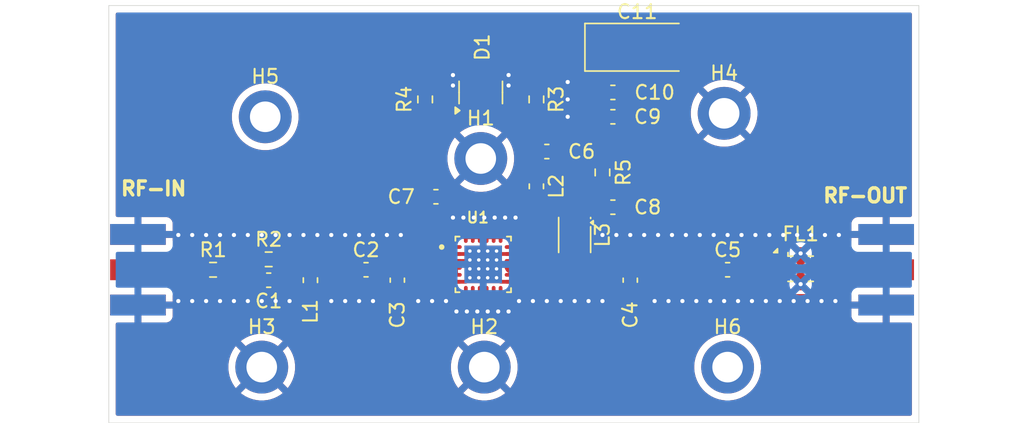
<source format=kicad_pcb>
(kicad_pcb (version 20241229) (generator "pcbnew") (generator_version "9.0")
  (title_block (title "LNA 2W") (date "2026-02-23") (rev "V1.0") (company "Z32IT"))
  (layers (0 "F.Cu" signal) (2 "B.Cu" signal) (13 "F.Paste" user) (15 "B.Paste" user) (5 "F.SilkS" user "F.Silkscreen") (7 "B.SilkS" user "B.Silkscreen") (1 "F.Mask" user) (3 "B.Mask" user) (25 "Edge.Cuts" user))
  (net 0 "")
  (net 1 "Net-(C1-Pad1)")
  (net 2 "Net-(C1-Pad2)")
  (net 3 "Net-(C2-Pad2)")
  (net 4 "GND")
  (net 5 "Net-(C4-Pad1)")
  (net 6 "Net-(FL1-IN)")
  (net 7 "Net-(C6-Pad2)")
  (net 8 "Net-(U1-VBIAS)")
  (net 9 "Net-(C8-Pad1)")
  (net 10 "+5V")
  (net 11 "Net-(J1-In)")
  (net 12 "Net-(U1-I_REF)")
  (net 13 "Net-(FL1-OUT)")
  (footprint "Resistor_SMD:R_0603_1608Metric" (layer "F.Cu") (at 115.5 109)
    (property "Reference" "R1" (at 0 -1.43 0) (layer "F.SilkS"))
    (property "Value" "0R" (hide yes))
    (fp_line (start -0.237258 -0.5225) (end 0.237258 -0.5225) (stroke (width 0.12)) (layer "F.SilkS"))
    (fp_line (start -0.237258 0.5225) (end 0.237258 0.5225) (stroke (width 0.12)) (layer "F.SilkS"))
    (pad "1" smd roundrect (at -0.825 0) (size 0.8 0.95) (layers "F.Cu" "F.Mask" "F.Paste") (net 11 "Net-(J1-In)"))
    (pad "2" smd roundrect (at 0.825 0) (size 0.8 0.95) (layers "F.Cu" "F.Mask" "F.Paste") (net 1 "Net-(C1-Pad1)"))
  )
  (footprint "Package_TO_SOT_SMD:SOT-23-3" (layer "F.Cu") (at 134.75 96.25 90)
    (property "Reference" "D1" (at 3.25 0.1125 90) (layer "F.SilkS"))
    (property "Value" "SM05T1G" (hide yes))
    (fp_line (start 0 -1.56) (end 0.8 -1.56) (stroke (width 0.12)) (layer "F.SilkS"))
    (fp_line (start 0 -1.56) (end -0.8 -1.56) (stroke (width 0.12)) (layer "F.SilkS"))
    (fp_line (start 0 1.56) (end 0.8 1.56) (stroke (width 0.12)) (layer "F.SilkS"))
    (fp_line (start 0 1.56) (end -0.8 1.56) (stroke (width 0.12)) (layer "F.SilkS"))
    (fp_poly (pts (xy -1.3 -1.51) (xy -1.54 -1.84) (xy -1.06 -1.84) (xy -1.3 -1.51)) (stroke (width 0.12)) (fill yes) (layer "F.SilkS"))
    (pad "1" smd roundrect (at -1.1375 -0.95 90) (size 1.325 0.6) (layers "F.Cu" "F.Mask" "F.Paste") (net 8 "Net-(U1-VBIAS)"))
    (pad "2" smd roundrect (at -1.1375 0.95 90) (size 1.325 0.6) (layers "F.Cu" "F.Mask" "F.Paste") (net 7 "Net-(C6-Pad2)"))
    (pad "3" smd roundrect (at 1.1375 0 90) (size 1.325 0.6) (layers "F.Cu" "F.Mask" "F.Paste") (net 4 "GND"))
  )
  (footprint "Capacitor_SMD:C_0603_1608Metric" (layer "F.Cu") (at 126.5 109)
    (property "Reference" "C2" (at 0 -1.43 0) (layer "F.SilkS"))
    (property "Value" "2p4" (hide yes))
    (fp_line (start -0.14058 -0.51) (end 0.14058 -0.51) (stroke (width 0.12)) (layer "F.SilkS"))
    (fp_line (start -0.14058 0.51) (end 0.14058 0.51) (stroke (width 0.12)) (layer "F.SilkS"))
    (pad "1" smd roundrect (at -0.775 0) (size 0.9 0.95) (layers "F.Cu" "F.Mask" "F.Paste") (net 2 "Net-(C1-Pad2)"))
    (pad "2" smd roundrect (at 0.775 0) (size 0.9 0.95) (layers "F.Cu" "F.Mask" "F.Paste") (net 3 "Net-(C2-Pad2)"))
  )
  (footprint "Capacitor_SMD:C_0603_1608Metric" (layer "F.Cu") (at 139.5 100.5 180)
    (property "Reference" "C6" (at -2.5 0 0) (layer "F.SilkS"))
    (property "Value" "100n" (hide yes))
    (fp_line (start -0.14058 0.51) (end 0.14058 0.51) (stroke (width 0.12)) (layer "F.SilkS"))
    (fp_line (start -0.14058 -0.51) (end 0.14058 -0.51) (stroke (width 0.12)) (layer "F.SilkS"))
    (pad "1" smd roundrect (at -0.775 0 180) (size 0.9 0.95) (layers "F.Cu" "F.Mask" "F.Paste") (net 4 "GND"))
    (pad "2" smd roundrect (at 0.775 0 180) (size 0.9 0.95) (layers "F.Cu" "F.Mask" "F.Paste") (net 7 "Net-(C6-Pad2)"))
  )
  (footprint "MountingHole:MountingHole_2.2mm_M2_DIN965_Pad" (layer "F.Cu") (at 134.75 101)
    (property "Reference" "H1" (at 0 -2.9 0) (layer "F.SilkS"))
    (property "Value" "MountingHole")
    (pad "1" thru_hole circle (at 0 0) (size 3.8 3.8) (drill 2.2) (layers "*.Cu" "*.Mask") (net 4 "GND"))
  )
  (footprint "MountingHole:MountingHole_2.2mm_M2_DIN965_Pad" (layer "F.Cu") (at 135 116)
    (property "Reference" "H2" (at 0 -2.9 0) (layer "F.SilkS"))
    (property "Value" "MountingHole")
    (pad "1" thru_hole circle (at 0 0) (size 3.8 3.8) (drill 2.2) (layers "*.Cu" "*.Mask") (net 4 "GND"))
  )
  (footprint "Filter:Filter_Mini-Circuits_FV1206" (layer "F.Cu") (at 157.75 108.9275)
    (property "Reference" "FL1" (at 0 -2.5 0) (layer "F.SilkS"))
    (property "Value" "LFCN-490")
    (fp_line (start -0.91 -0.91) (end -0.91 -1.16) (stroke (width 0.12)) (layer "F.SilkS"))
    (fp_line (start -0.91 -0.91) (end -0.57 -0.91) (stroke (width 0.12)) (layer "F.SilkS"))
    (fp_line (start -0.91 0.91) (end -0.57 0.91) (stroke (width 0.12)) (layer "F.SilkS"))
    (fp_line (start 0.57 -0.91) (end 0.91 -0.91) (stroke (width 0.12)) (layer "F.SilkS"))
    (fp_line (start 0.57 0.91) (end 0.91 0.91) (stroke (width 0.12)) (layer "F.SilkS"))
    (fp_poly (pts (xy -1.66 -1.16) (xy -1.94 -1.16) (xy -1.66 -1.44) (xy -1.66 -1.16)) (stroke (width 0.12)) (fill yes) (layer "F.SilkS"))
    (pad "1" smd roundrect (at -1.625 0) (size 1.04 1.8) (layers "F.Cu" "F.Mask" "F.Paste") (roundrect_rratio 0.24) (net 6 "Net-(FL1-IN)"))
    (pad "2" smd roundrect (at 0 0.9275) (size 0.61 1.245) (layers "F.Cu" "F.Mask" "F.Paste") (net 4 "GND"))
    (pad "2" thru_hole circle (at 0 1.105) (size 0.61 0.61) (drill 0.3) (layers "*.Cu" "*.Mask") (net 4 "GND"))
    (pad "3" smd roundrect (at 1.625 0) (size 1.04 1.8) (layers "F.Cu" "F.Mask" "F.Paste") (roundrect_rratio 0.24) (net 13 "Net-(FL1-OUT)"))
    (pad "4" thru_hole circle (at 0 -1.105) (size 0.61 0.61) (drill 0.3) (layers "*.Cu" "*.Mask") (net 4 "GND"))
    (pad "4" smd roundrect (at 0 -0.9275) (size 0.61 1.245) (layers "F.Cu" "F.Mask" "F.Paste") (net 4 "GND"))
  )
  (footprint "MountingHole:MountingHole_2.2mm_M2_DIN965_Pad" (layer "F.Cu") (at 152.25 97.75)
    (property "Reference" "H4" (at 0 -2.9 0) (layer "F.SilkS"))
    (property "Value" "MountingHole")
    (pad "1" thru_hole circle (at 0 0) (size 3.8 3.8) (drill 2.2) (layers "*.Cu" "*.Mask") (net 4 "GND"))
  )
  (footprint "Resistor_SMD:R_0603_1608Metric" (layer "F.Cu") (at 143.5 102 -90)
    (property "Reference" "R5" (at 0 -1.5 90) (layer "F.SilkS"))
    (property "Value" "0R" (hide yes))
    (fp_line (start -0.237258 0.5225) (end 0.237258 0.5225) (stroke (width 0.12)) (layer "F.SilkS"))
    (fp_line (start -0.237258 -0.5225) (end 0.237258 -0.5225) (stroke (width 0.12)) (layer "F.SilkS"))
    (pad "1" smd roundrect (at -0.825 0 270) (size 0.8 0.95) (layers "F.Cu" "F.Mask" "F.Paste") (net 10 "+5V"))
    (pad "2" smd roundrect (at 0.825 0 270) (size 0.8 0.95) (layers "F.Cu" "F.Mask" "F.Paste") (net 9 "Net-(C8-Pad1)"))
  )
  (footprint "Capacitor_Tantalum_SMD:CP_EIA-6032-28_Kemet-C" (layer "F.Cu") (at 146 93)
    (property "Reference" "C11" (at 0 -2.55 0) (layer "F.SilkS"))
    (property "Value" "10u" (hide yes))
    (fp_line (start -3.76 -1.71) (end -3.76 1.71) (stroke (width 0.12)) (layer "F.SilkS"))
    (fp_line (start -3.76 1.71) (end 3 1.71) (stroke (width 0.12)) (layer "F.SilkS"))
    (fp_line (start 3 -1.71) (end -3.76 -1.71) (stroke (width 0.12)) (layer "F.SilkS"))
    (pad "1" smd roundrect (at -2.4625 0) (size 2.075 2.35) (layers "F.Cu" "F.Mask" "F.Paste") (roundrect_rratio 0.120482) (net 10 "+5V"))
    (pad "2" smd roundrect (at 2.4625 0) (size 2.075 2.35) (layers "F.Cu" "F.Mask" "F.Paste") (roundrect_rratio 0.120482) (net 4 "GND"))
  )
  (footprint "Capacitor_SMD:C_0603_1608Metric" (layer "F.Cu") (at 144.25 96.25)
    (property "Reference" "C10" (at 3 0 0) (layer "F.SilkS"))
    (property "Value" "1n" (hide yes))
    (fp_line (start -0.14058 -0.51) (end 0.14058 -0.51) (stroke (width 0.12)) (layer "F.SilkS"))
    (fp_line (start -0.14058 0.51) (end 0.14058 0.51) (stroke (width 0.12)) (layer "F.SilkS"))
    (pad "1" smd roundrect (at -0.775 0) (size 0.9 0.95) (layers "F.Cu" "F.Mask" "F.Paste") (net 10 "+5V"))
    (pad "2" smd roundrect (at 0.775 0) (size 0.9 0.95) (layers "F.Cu" "F.Mask" "F.Paste") (net 4 "GND"))
  )
  (footprint "PCM_SparkFun-Connector:SMA_Edge_6.3mm" (layer "F.Cu") (at 163.90315 109 -90)
    (property "Reference" "J2")
    (property "Value" "SMA_Edge" (hide yes))
    (pad "1" smd rect (at 0 0 270) (size 1.5 4) (layers "F.Cu" "F.Mask") (net 13 "Net-(FL1-OUT)"))
    (pad "2" smd rect (at -2.54 0 270) (size 1.5 4) (layers "F.Cu" "F.Mask") (net 4 "GND"))
    (pad "2" smd rect (at -2.54 0 270) (size 1.5 4) (layers "B.Cu" "B.Mask") (net 4 "GND"))
    (pad "2" smd rect (at 2.54 0 270) (size 1.5 4) (layers "F.Cu" "F.Mask") (net 4 "GND"))
    (pad "2" smd rect (at 2.54 0 270) (size 1.5 4) (layers "B.Cu" "B.Mask") (net 4 "GND"))
  )
  (footprint "Capacitor_SMD:C_0603_1608Metric" (layer "F.Cu") (at 144.25 104.5)
    (property "Reference" "C8" (at 2.5 0 0) (layer "F.SilkS"))
    (property "Value" "100p" (hide yes))
    (fp_line (start -0.14058 -0.51) (end 0.14058 -0.51) (stroke (width 0.12)) (layer "F.SilkS"))
    (fp_line (start -0.14058 0.51) (end 0.14058 0.51) (stroke (width 0.12)) (layer "F.SilkS"))
    (pad "1" smd roundrect (at -0.775 0) (size 0.9 0.95) (layers "F.Cu" "F.Mask" "F.Paste") (net 9 "Net-(C8-Pad1)"))
    (pad "2" smd roundrect (at 0.775 0) (size 0.9 0.95) (layers "F.Cu" "F.Mask" "F.Paste") (net 4 "GND"))
  )
  (footprint "Resistor_SMD:R_0603_1608Metric" (layer "F.Cu") (at 119.5 108.25)
    (property "Reference" "R2" (at 0 -1.43 0) (layer "F.SilkS"))
    (property "Value" "51R" (hide yes))
    (fp_line (start -0.237258 -0.5225) (end 0.237258 -0.5225) (stroke (width 0.12)) (layer "F.SilkS"))
    (fp_line (start -0.237258 0.5225) (end 0.237258 0.5225) (stroke (width 0.12)) (layer "F.SilkS"))
    (pad "1" smd roundrect (at -0.825 0) (size 0.8 0.95) (layers "F.Cu" "F.Mask" "F.Paste") (net 1 "Net-(C1-Pad1)"))
    (pad "2" smd roundrect (at 0.825 0) (size 0.8 0.95) (layers "F.Cu" "F.Mask" "F.Paste") (net 2 "Net-(C1-Pad2)"))
  )
  (footprint "Capacitor_SMD:C_0603_1608Metric" (layer "F.Cu") (at 128.75 109.75 -90)
    (property "Reference" "C3" (at 2.5 0 90) (layer "F.SilkS"))
    (property "Value" "6p8" (hide yes))
    (fp_line (start -0.14058 0.51) (end 0.14058 0.51) (stroke (width 0.12)) (layer "F.SilkS"))
    (fp_line (start -0.14058 -0.51) (end 0.14058 -0.51) (stroke (width 0.12)) (layer "F.SilkS"))
    (pad "1" smd roundrect (at -0.775 0 270) (size 0.9 0.95) (layers "F.Cu" "F.Mask" "F.Paste") (net 3 "Net-(C2-Pad2)"))
    (pad "2" smd roundrect (at 0.775 0 270) (size 0.9 0.95) (layers "F.Cu" "F.Mask" "F.Paste") (net 4 "GND"))
  )
  (footprint "Inductor_SMD:L_Coilcraft_0805HQ_2012Metric" (layer "F.Cu") (at 141.5 106.5 -90)
    (property "Reference" "L3" (at 0 -2 90) (layer "F.SilkS"))
    (property "Value" "18n" (hide yes))
    (fp_line (start 1.255 1.15) (end -1.255 1.15) (stroke (width 0.12)) (layer "F.SilkS"))
    (fp_line (start -1.255 -1.15) (end -1.188 -1.15) (stroke (width 0.12)) (layer "F.SilkS"))
    (fp_line (start -0.592 -1.15) (end 1.255 -1.15) (stroke (width 0.12)) (layer "F.SilkS"))
    (fp_poly (pts (xy -0.89 -1.15) (xy -1.03 -1.34) (xy -0.75 -1.34)) (stroke (width 0.12)) (fill yes) (layer "F.SilkS"))
    (pad "1" smd roundrect (at -0.89 0 270) (size 1.02 1.78) (layers "F.Cu" "F.Mask" "F.Paste") (roundrect_rratio 0.245098) (net 9 "Net-(C8-Pad1)"))
    (pad "2" smd roundrect (at 0.89 0 270) (size 1.02 1.78) (layers "F.Cu" "F.Mask" "F.Paste") (roundrect_rratio 0.245098) (net 5 "Net-(C4-Pad1)"))
  )
  (footprint "TQP7M9106:QFN50P400X400X90-25N" (layer "F.Cu") (at 134.925 108.615)
    (property "Reference" "U1" (at -0.39 -3.365 0) (layer "F.SilkS") (effects (font (size 0.787402 0.787402))))
    (property "Value" "TQP7M9106")
    (fp_line (start -2 -2) (end -2 -1.7) (stroke (width 0.127)) (layer "F.SilkS"))
    (fp_line (start -2 -2) (end -1.7 -2) (stroke (width 0.127)) (layer "F.SilkS"))
    (fp_line (start -2 2) (end -2 1.7) (stroke (width 0.127)) (layer "F.SilkS"))
    (fp_line (start -2 2) (end -1.7 2) (stroke (width 0.127)) (layer "F.SilkS"))
    (fp_line (start 2 -2) (end 1.7 -2) (stroke (width 0.127)) (layer "F.SilkS"))
    (fp_line (start 2 -2) (end 2 -1.7) (stroke (width 0.127)) (layer "F.SilkS"))
    (fp_line (start 2 2) (end 1.7 2) (stroke (width 0.127)) (layer "F.SilkS"))
    (fp_line (start 2 2) (end 2 1.7) (stroke (width 0.127)) (layer "F.SilkS"))
    (fp_circle (center -2.985 -1.25) (end -2.885 -1.25) (stroke (width 0.2)) (fill no) (layer "F.SilkS"))
    (pad "1" smd oval (at -1.95 -1.25) (size 0.81 0.27) (layers "F.Cu" "F.Mask" "F.Paste") (net 8 "Net-(U1-VBIAS)"))
    (pad "2" smd oval (at -1.95 -0.75) (size 0.81 0.27) (layers "F.Cu" "F.Mask" "F.Paste") (net 4 "GND"))
    (pad "3" smd oval (at -1.95 -0.25) (size 0.81 0.27) (layers "F.Cu" "F.Mask" "F.Paste") (net 4 "GND"))
    (pad "4" smd oval (at -1.95 0.25) (size 0.81 0.27) (layers "F.Cu" "F.Mask" "F.Paste") (net 3 "Net-(C2-Pad2)"))
    (pad "5" smd oval (at -1.95 0.75) (size 0.81 0.27) (layers "F.Cu" "F.Mask" "F.Paste") (net 3 "Net-(C2-Pad2)"))
    (pad "6" smd oval (at -1.95 1.25) (size 0.81 0.27) (layers "F.Cu" "F.Mask" "F.Paste") (net 4 "GND"))
    (pad "7" smd oval (at -1.25 1.95) (size 0.27 0.81) (layers "F.Cu" "F.Mask" "F.Paste") (net 4 "GND"))
    (pad "8" smd oval (at -0.75 1.95) (size 0.27 0.81) (layers "F.Cu" "F.Mask" "F.Paste") (net 4 "GND"))
    (pad "9" smd oval (at -0.25 1.95) (size 0.27 0.81) (layers "F.Cu" "F.Mask" "F.Paste") (net 4 "GND"))
    (pad "10" smd oval (at 0.25 1.95) (size 0.27 0.81) (layers "F.Cu" "F.Mask" "F.Paste") (net 4 "GND"))
    (pad "11" smd oval (at 0.75 1.95) (size 0.27 0.81) (layers "F.Cu" "F.Mask" "F.Paste") (net 4 "GND"))
    (pad "12" smd oval (at 1.25 1.95) (size 0.27 0.81) (layers "F.Cu" "F.Mask" "F.Paste") (net 4 "GND"))
    (pad "13" smd oval (at 1.95 1.25) (size 0.81 0.27) (layers "F.Cu" "F.Mask" "F.Paste") (net 4 "GND"))
    (pad "14" smd oval (at 1.95 0.75) (size 0.81 0.27) (layers "F.Cu" "F.Mask" "F.Paste") (net 5 "Net-(C4-Pad1)"))
    (pad "15" smd oval (at 1.95 0.25) (size 0.81 0.27) (layers "F.Cu" "F.Mask" "F.Paste") (net 5 "Net-(C4-Pad1)"))
    (pad "16" smd oval (at 1.95 -0.25) (size 0.81 0.27) (layers "F.Cu" "F.Mask" "F.Paste") (net 5 "Net-(C4-Pad1)"))
    (pad "17" smd oval (at 1.95 -0.75) (size 0.81 0.27) (layers "F.Cu" "F.Mask" "F.Paste") (net 4 "GND"))
    (pad "18" smd oval (at 1.95 -1.25) (size 0.81 0.27) (layers "F.Cu" "F.Mask" "F.Paste") (net 12 "Net-(U1-I_REF)"))
    (pad "19" smd oval (at 1.25 -1.95) (size 0.27 0.81) (layers "F.Cu" "F.Mask" "F.Paste") (net 4 "GND"))
    (pad "20" smd oval (at 0.75 -1.95) (size 0.27 0.81) (layers "F.Cu" "F.Mask" "F.Paste") (net 4 "GND"))
    (pad "21" smd oval (at 0.25 -1.95) (size 0.27 0.81) (layers "F.Cu" "F.Mask" "F.Paste") (net 4 "GND"))
    (pad "22" smd oval (at -0.25 -1.95) (size 0.27 0.81) (layers "F.Cu" "F.Mask" "F.Paste") (net 4 "GND"))
    (pad "23" smd oval (at -0.75 -1.95) (size 0.27 0.81) (layers "F.Cu" "F.Mask" "F.Paste") (net 4 "GND"))
    (pad "24" smd oval (at -1.25 -1.95) (size 0.27 0.81) (layers "F.Cu" "F.Mask" "F.Paste") (net 4 "GND"))
    (pad "25" smd rect (at 0 0) (size 2.7 2.7) (layers "F.Cu" "F.Mask") (net 4 "GND"))
    (pad "26" smd rect (at 0 0) (size 2.7 2.7) (layers "B.Cu" "B.Mask") (net 4 "GND"))
    (pad "27" thru_hole circle (at -0.96 -0.96) (size 0.35 0.35) (drill 0.25) (layers "*.Cu") (net 4 "GND"))
    (pad "28" thru_hole circle (at -0.32 -0.96) (size 0.35 0.35) (drill 0.25) (layers "*.Cu") (net 4 "GND"))
    (pad "29" thru_hole circle (at 0.32 -0.96) (size 0.35 0.35) (drill 0.25) (layers "*.Cu") (net 4 "GND"))
    (pad "30" thru_hole circle (at 0.96 -0.96) (size 0.35 0.35) (drill 0.25) (layers "*.Cu") (net 4 "GND"))
    (pad "31" thru_hole circle (at -0.96 -0.32) (size 0.35 0.35) (drill 0.25) (layers "*.Cu") (net 4 "GND"))
    (pad "32" thru_hole circle (at -0.32 -0.32) (size 0.35 0.35) (drill 0.25) (layers "*.Cu") (net 4 "GND"))
    (pad "33" thru_hole circle (at 0.32 -0.32) (size 0.35 0.35) (drill 0.25) (layers "*.Cu") (net 4 "GND"))
    (pad "34" thru_hole circle (at 0.96 -0.32) (size 0.35 0.35) (drill 0.25) (layers "*.Cu") (net 4 "GND"))
    (pad "35" thru_hole circle (at -0.96 0.32) (size 0.35 0.35) (drill 0.25) (layers "*.Cu") (net 4 "GND"))
    (pad "36" thru_hole circle (at -0.32 0.32) (size 0.35 0.35) (drill 0.25) (layers "*.Cu") (net 4 "GND"))
    (pad "37" thru_hole circle (at 0.32 0.32) (size 0.35 0.35) (drill 0.25) (layers "*.Cu") (net 4 "GND"))
    (pad "38" thru_hole circle (at 0.96 0.32) (size 0.35 0.35) (drill 0.25) (layers "*.Cu") (net 4 "GND"))
    (pad "39" thru_hole circle (at -0.96 0.96) (size 0.35 0.35) (drill 0.25) (layers "*.Cu") (net 4 "GND"))
    (pad "40" thru_hole circle (at -0.32 0.96) (size 0.35 0.35) (drill 0.25) (layers "*.Cu") (net 4 "GND"))
    (pad "41" thru_hole circle (at 0.32 0.96) (size 0.35 0.35) (drill 0.25) (layers "*.Cu") (net 4 "GND"))
    (pad "42" thru_hole circle (at 0.96 0.96) (size 0.35 0.35) (drill 0.25) (layers "*.Cu") (net 4 "GND"))
  )
  (footprint "MountingHole:MountingHole_2.2mm_M2_DIN965_Pad" (layer "F.Cu") (at 152.5 116)
    (property "Reference" "H6" (at 0 -2.9 0) (layer "F.SilkS"))
    (property "Value" "MountingHole")
    (pad "1" thru_hole circle (at 0 0) (size 3.8 3.8) (drill 2.2) (layers "*.Cu" "*.Mask"))
  )
  (footprint "Resistor_SMD:R_0603_1608Metric" (layer "F.Cu") (at 138.75 96.75 -90)
    (property "Reference" "R3" (at 0 -1.43 90) (layer "F.SilkS"))
    (property "Value" "240R" (hide yes))
    (fp_line (start -0.237258 0.5225) (end 0.237258 0.5225) (stroke (width 0.12)) (layer "F.SilkS"))
    (fp_line (start -0.237258 -0.5225) (end 0.237258 -0.5225) (stroke (width 0.12)) (layer "F.SilkS"))
    (pad "1" smd roundrect (at -0.825 0 270) (size 0.8 0.95) (layers "F.Cu" "F.Mask" "F.Paste") (net 10 "+5V"))
    (pad "2" smd roundrect (at 0.825 0 270) (size 0.8 0.95) (layers "F.Cu" "F.Mask" "F.Paste") (net 7 "Net-(C6-Pad2)"))
  )
  (footprint "Capacitor_SMD:C_0603_1608Metric" (layer "F.Cu") (at 145.5 109.75 -90)
    (property "Reference" "C4" (at 2.5 0 90) (layer "F.SilkS"))
    (property "Value" "8p2" (hide yes))
    (fp_line (start -0.14058 0.51) (end 0.14058 0.51) (stroke (width 0.12)) (layer "F.SilkS"))
    (fp_line (start -0.14058 -0.51) (end 0.14058 -0.51) (stroke (width 0.12)) (layer "F.SilkS"))
    (pad "1" smd roundrect (at -0.775 0 270) (size 0.9 0.95) (layers "F.Cu" "F.Mask" "F.Paste") (net 5 "Net-(C4-Pad1)"))
    (pad "2" smd roundrect (at 0.775 0 270) (size 0.9 0.95) (layers "F.Cu" "F.Mask" "F.Paste") (net 4 "GND"))
  )
  (footprint "Capacitor_SMD:C_0603_1608Metric" (layer "F.Cu") (at 131.525 103.75 180)
    (property "Reference" "C7" (at 2.5 0 0) (layer "F.SilkS"))
    (property "Value" "100p" (hide yes))
    (fp_line (start -0.14058 0.51) (end 0.14058 0.51) (stroke (width 0.12)) (layer "F.SilkS"))
    (fp_line (start -0.14058 -0.51) (end 0.14058 -0.51) (stroke (width 0.12)) (layer "F.SilkS"))
    (pad "1" smd roundrect (at -0.775 0 180) (size 0.9 0.95) (layers "F.Cu" "F.Mask" "F.Paste") (net 4 "GND"))
    (pad "2" smd roundrect (at 0.775 0 180) (size 0.9 0.95) (layers "F.Cu" "F.Mask" "F.Paste") (net 8 "Net-(U1-VBIAS)"))
  )
  (footprint "Capacitor_SMD:C_0603_1608Metric" (layer "F.Cu") (at 152.5 109)
    (property "Reference" "C5" (at 0 -1.43 0) (layer "F.SilkS"))
    (property "Value" "100p" (hide yes))
    (fp_line (start -0.14058 -0.51) (end 0.14058 -0.51) (stroke (width 0.12)) (layer "F.SilkS"))
    (fp_line (start -0.14058 0.51) (end 0.14058 0.51) (stroke (width 0.12)) (layer "F.SilkS"))
    (pad "1" smd roundrect (at -0.775 0) (size 0.9 0.95) (layers "F.Cu" "F.Mask" "F.Paste") (net 5 "Net-(C4-Pad1)"))
    (pad "2" smd roundrect (at 0.775 0) (size 0.9 0.95) (layers "F.Cu" "F.Mask" "F.Paste") (net 6 "Net-(FL1-IN)"))
  )
  (footprint "Inductor_SMD:L_0603_1608Metric" (layer "F.Cu") (at 122.5 109.75 -90)
    (property "Reference" "L1" (at 2.25 0 90) (layer "F.SilkS"))
    (property "Value" "8n2" (hide yes))
    (fp_line (start -0.162779 0.51) (end 0.162779 0.51) (stroke (width 0.12)) (layer "F.SilkS"))
    (fp_line (start -0.162779 -0.51) (end 0.162779 -0.51) (stroke (width 0.12)) (layer "F.SilkS"))
    (pad "1" smd roundrect (at -0.7875 0 270) (size 0.875 0.95) (layers "F.Cu" "F.Mask" "F.Paste") (net 2 "Net-(C1-Pad2)"))
    (pad "2" smd roundrect (at 0.7875 0 270) (size 0.875 0.95) (layers "F.Cu" "F.Mask" "F.Paste") (net 4 "GND"))
  )
  (footprint "MountingHole:MountingHole_2.2mm_M2_DIN965_Pad" (layer "F.Cu") (at 119 116)
    (property "Reference" "H3" (at 0 -2.9 0) (layer "F.SilkS"))
    (property "Value" "MountingHole")
    (pad "1" thru_hole circle (at 0 0) (size 3.8 3.8) (drill 2.2) (layers "*.Cu" "*.Mask") (net 4 "GND"))
  )
  (footprint "Resistor_SMD:R_0603_1608Metric" (layer "F.Cu") (at 130.75 96.75 -90)
    (property "Reference" "R4" (at 0 1.5 90) (layer "F.SilkS"))
    (property "Value" "280R" (hide yes))
    (fp_line (start -0.237258 0.5225) (end 0.237258 0.5225) (stroke (width 0.12)) (layer "F.SilkS"))
    (fp_line (start -0.237258 -0.5225) (end 0.237258 -0.5225) (stroke (width 0.12)) (layer "F.SilkS"))
    (pad "1" smd roundrect (at -0.825 0 270) (size 0.8 0.95) (layers "F.Cu" "F.Mask" "F.Paste") (net 10 "+5V"))
    (pad "2" smd roundrect (at 0.825 0 270) (size 0.8 0.95) (layers "F.Cu" "F.Mask" "F.Paste") (net 8 "Net-(U1-VBIAS)"))
  )
  (footprint "PCM_SparkFun-Connector:SMA_Edge_6.3mm" (layer "F.Cu") (at 110.09685 109 90)
    (property "Reference" "J1")
    (property "Value" "SMA_Edge" (hide yes))
    (pad "1" smd rect (at 0 0 90) (size 1.5 4) (layers "F.Cu" "F.Mask") (net 11 "Net-(J1-In)"))
    (pad "2" smd rect (at -2.54 0 90) (size 1.5 4) (layers "F.Cu" "F.Mask") (net 4 "GND"))
    (pad "2" smd rect (at -2.54 0 90) (size 1.5 4) (layers "B.Cu" "B.Mask") (net 4 "GND"))
    (pad "2" smd rect (at 2.54 0 90) (size 1.5 4) (layers "F.Cu" "F.Mask") (net 4 "GND"))
    (pad "2" smd rect (at 2.54 0 90) (size 1.5 4) (layers "B.Cu" "B.Mask") (net 4 "GND"))
  )
  (footprint "Inductor_SMD:L_0603_1608Metric" (layer "F.Cu") (at 138.75 103 -90)
    (property "Reference" "L2" (at 0 -1.43 90) (layer "F.SilkS"))
    (property "Value" "68n" (hide yes))
    (fp_line (start -0.162779 0.51) (end 0.162779 0.51) (stroke (width 0.12)) (layer "F.SilkS"))
    (fp_line (start -0.162779 -0.51) (end 0.162779 -0.51) (stroke (width 0.12)) (layer "F.SilkS"))
    (pad "1" smd roundrect (at -0.7875 0 270) (size 0.875 0.95) (layers "F.Cu" "F.Mask" "F.Paste") (net 7 "Net-(C6-Pad2)"))
    (pad "2" smd roundrect (at 0.7875 0 270) (size 0.875 0.95) (layers "F.Cu" "F.Mask" "F.Paste") (net 12 "Net-(U1-I_REF)"))
  )
  (footprint "MountingHole:MountingHole_2.2mm_M2_DIN965_Pad" (layer "F.Cu") (at 119.25 98)
    (property "Reference" "H5" (at 0 -2.9 0) (layer "F.SilkS"))
    (property "Value" "MountingHole")
    (pad "1" thru_hole circle (at 0 0) (size 3.8 3.8) (drill 2.2) (layers "*.Cu" "*.Mask"))
  )
  (footprint "Capacitor_SMD:C_0603_1608Metric" (layer "F.Cu") (at 144.25 98)
    (property "Reference" "C9" (at 2.5 0 0) (layer "F.SilkS"))
    (property "Value" "100p" (hide yes))
    (fp_line (start -0.14058 -0.51) (end 0.14058 -0.51) (stroke (width 0.12)) (layer "F.SilkS"))
    (fp_line (start -0.14058 0.51) (end 0.14058 0.51) (stroke (width 0.12)) (layer "F.SilkS"))
    (pad "1" smd roundrect (at -0.775 0) (size 0.9 0.95) (layers "F.Cu" "F.Mask" "F.Paste") (net 10 "+5V"))
    (pad "2" smd roundrect (at 0.775 0) (size 0.9 0.95) (layers "F.Cu" "F.Mask" "F.Paste") (net 4 "GND"))
  )
  (footprint "Capacitor_SMD:C_0603_1608Metric" (layer "F.Cu") (at 119.5 109.75)
    (property "Reference" "C1" (at 0 1.5 0) (layer "F.SilkS"))
    (property "Value" "22p" (hide yes))
    (fp_line (start -0.14058 -0.51) (end 0.14058 -0.51) (stroke (width 0.12)) (layer "F.SilkS"))
    (fp_line (start -0.14058 0.51) (end 0.14058 0.51) (stroke (width 0.12)) (layer "F.SilkS"))
    (pad "1" smd roundrect (at -0.775 0) (size 0.9 0.95) (layers "F.Cu" "F.Mask" "F.Paste") (net 1 "Net-(C1-Pad1)"))
    (pad "2" smd roundrect (at 0.775 0) (size 0.9 0.95) (layers "F.Cu" "F.Mask" "F.Paste") (net 2 "Net-(C1-Pad2)"))
  )
  (gr_line (start 166.25 120) (end 108 120) (stroke (width 0.05)) (layer "Edge.Cuts"))
  (gr_line (start 108 120) (end 108 105.5) (stroke (width 0.05)) (layer "Edge.Cuts"))
  (gr_line (start 166.25 90) (end 166.25 120) (stroke (width 0.05)) (layer "Edge.Cuts"))
  (gr_line (start 108 90) (end 166.25 90) (stroke (width 0.05)) (layer "Edge.Cuts"))
  (gr_line (start 108 105.5) (end 108 90) (stroke (width 0.05)) (layer "Edge.Cuts"))
  (gr_text "RF-IN" (at 108.75 103.75 0) (layer "F.SilkS") (effects (font (size 1 1) (thickness 0.25) (bold yes)) (justify left bottom)))
  (gr_text "RF-OUT" (at 159.25 104.25 0) (layer "F.SilkS") (effects (font (size 1 1) (thickness 0.25) (bold yes)) (justify left bottom)))
  (segment (start 118.675 108.25) (end 118.675 109) (width 0.5) (layer "F.Cu") (net 1))
  (segment (start 118.675 109.7) (end 118.725 109.75) (width 0.2) (layer "F.Cu") (net 1))
  (segment (start 118.675 109) (end 118.675 109.7) (width 0.5) (layer "F.Cu") (net 1))
  (segment (start 118.675 109) (end 116.325 109) (width 0.75) (layer "F.Cu") (net 1))
  (segment (start 120.325 108.25) (end 120.325 109) (width 0.5) (layer "F.Cu") (net 2))
  (segment (start 120.325 109) (end 120.325 109.7) (width 0.5) (layer "F.Cu") (net 2))
  (segment (start 120.325 109.7) (end 120.275 109.75) (width 0.2) (layer "F.Cu") (net 2))
  (segment (start 120.325 109) (end 125.574 109) (width 0.75) (layer "F.Cu") (net 2))
  (segment (start 132 108.865) (end 128.86 108.865) (width 0.75) (layer "F.Cu") (net 3))
  (segment (start 128.86 108.865) (end 128.75 108.975) (width 0.27) (layer "F.Cu") (net 3))
  (segment (start 132.975 108.865) (end 132 108.865) (width 0.27) (layer "F.Cu") (net 3))
  (segment (start 127.275 109) (end 128.725 109) (width 0.75) (layer "F.Cu") (net 3))
  (segment (start 132.975 108.865) (end 132.975 109.365) (width 0.27) (layer "F.Cu") (net 3))
  (segment (start 128.725 109) (end 128.86 108.865) (width 0.2) (layer "F.Cu") (net 3))
  (segment (start 132.975 107.865) (end 134.175 107.865) (width 0.27) (layer "F.Cu") (net 4))
  (segment (start 136.875 107.865) (end 135.675 107.865) (width 0.27) (layer "F.Cu") (net 4))
  (segment (start 132.975 109.865) (end 133.675 109.865) (width 0.27) (layer "F.Cu") (net 4))
  (segment (start 132.975 108.365) (end 133.895 108.365) (width 0.27) (layer "F.Cu") (net 4))
  (segment (start 136.875 109.865) (end 136.175 109.865) (width 0.27) (layer "F.Cu") (net 4))
  (via (at 154.5 106.5) (size 0.6) (drill 0.3) (layers "F.Cu" "B.Cu") (net 4))
  (via (at 140.5 111.25) (size 0.6) (drill 0.3) (layers "F.Cu" "B.Cu") (net 4))
  (via (at 141 95.5) (size 0.6) (drill 0.3) (layers "F.Cu" "B.Cu") (net 4))
  (via (at 133.75 112) (size 0.6) (drill 0.3) (layers "F.Cu" "B.Cu") (net 4))
  (via (at 136.5 105.25) (size 0.6) (drill 0.3) (layers "F.Cu" "B.Cu") (net 4))
  (via (at 158.5 106.5) (size 0.6) (drill 0.3) (layers "F.Cu" "B.Cu") (net 4))
  (via (at 132.75 105.25) (size 0.6) (drill 0.3) (layers "F.Cu" "B.Cu") (net 4))
  (via (at 121 106.5) (size 0.6) (drill 0.3) (layers "F.Cu" "B.Cu") (net 4))
  (via (at 157.5 106.5) (size 0.6) (drill 0.3) (layers "F.Cu" "B.Cu") (net 4))
  (via (at 125 111.25) (size 0.6) (drill 0.3) (layers "F.Cu" "B.Cu") (net 4))
  (via (at 124 111.25) (size 0.6) (drill 0.3) (layers "F.Cu" "B.Cu") (net 4))
  (via (at 159.25 111.25) (size 0.6) (drill 0.3) (layers "F.Cu" "B.Cu") (net 4))
  (via (at 151.25 111.25) (size 0.6) (drill 0.3) (layers "F.Cu" "B.Cu") (net 4))
  (via (at 155.25 111.25) (size 0.6) (drill 0.3) (layers "F.Cu" "B.Cu") (net 4))
  (via (at 137.25 105.25) (size 0.6) (drill 0.3) (layers "F.Cu" "B.Cu") (net 4))
  (via (at 149.5 106.5) (size 0.6) (drill 0.3) (layers "F.Cu" "B.Cu") (net 4))
  (via (at 135.75 105.25) (size 0.6) (drill 0.3) (layers "F.Cu" "B.Cu") (net 4))
  (via (at 157.25 111.25) (size 0.6) (drill 0.3) (layers "F.Cu" "B.Cu") (net 4))
  (via (at 141 98) (size 0.6) (drill 0.3) (layers "F.Cu" "B.Cu") (net 4))
  (via (at 156.25 111.25) (size 0.6) (drill 0.3) (layers "F.Cu" "B.Cu") (net 4))
  (via (at 155.5 106.5) (size 0.6) (drill 0.3) (layers "F.Cu" "B.Cu") (net 4))
  (via (at 136.75 95) (size 0.6) (drill 0.3) (layers "F.Cu" "B.Cu") (net 4))
  (via (at 143.5 111.25) (size 0.6) (drill 0.3) (layers "F.Cu" "B.Cu") (net 4))
  (via (at 128 106.5) (size 0.6) (drill 0.3) (layers "F.Cu" "B.Cu") (net 4))
  (via (at 113 106.5) (size 0.6) (drill 0.3) (layers "F.Cu" "B.Cu") (net 4))
  (via (at 133 112) (size 0.6) (drill 0.3) (layers "F.Cu" "B.Cu") (net 4))
  (via (at 146.5 106.5) (size 0.6) (drill 0.3) (layers "F.Cu" "B.Cu") (net 4))
  (via (at 150.5 106.5) (size 0.6) (drill 0.3) (layers "F.Cu" "B.Cu") (net 4))
  (via (at 125 106.5) (size 0.6) (drill 0.3) (layers "F.Cu" "B.Cu") (net 4))
  (via (at 156.5 106.5) (size 0.6) (drill 0.3) (layers "F.Cu" "B.Cu") (net 4))
  (via (at 118 106.5) (size 0.6) (drill 0.3) (layers "F.Cu" "B.Cu") (net 4))
  (via (at 118 111.25) (size 0.6) (drill 0.3) (layers "F.Cu" "B.Cu") (net 4))
  (via (at 134.5 112) (size 0.6) (drill 0.3) (layers "F.Cu" "B.Cu") (net 4))
  (via (at 154.25 111.25) (size 0.6) (drill 0.3) (layers "F.Cu" "B.Cu") (net 4))
  (via (at 134.25 105.25) (size 0.6) (drill 0.3) (layers "F.Cu" "B.Cu") (net 4))
  (via (at 132.75 95.75) (size 0.6) (drill 0.3) (layers "F.Cu" "B.Cu") (net 4))
  (via (at 159.5 106.5) (size 0.6) (drill 0.3) (layers "F.Cu" "B.Cu") (net 4))
  (via (at 139.5 111.25) (size 0.6) (drill 0.3) (layers "F.Cu" "B.Cu") (net 4))
  (via (at 115 111.25) (size 0.6) (drill 0.3) (layers "F.Cu" "B.Cu") (net 4))
  (via (at 160.25 111.25) (size 0.6) (drill 0.3) (layers "F.Cu" "B.Cu") (net 4))
  (via (at 116 106.5) (size 0.6) (drill 0.3) (layers "F.Cu" "B.Cu") (net 4))
  (via (at 132.75 95) (size 0.6) (drill 0.3) (layers "F.Cu" "B.Cu") (net 4))
  (via (at 114 106.5) (size 0.6) (drill 0.3) (layers "F.Cu" "B.Cu") (net 4))
  (via (at 115 106.5) (size 0.6) (drill 0.3) (layers "F.Cu" "B.Cu") (net 4))
  (via (at 158.25 111.25) (size 0.6) (drill 0.3) (layers "F.Cu" "B.Cu") (net 4))
  (via (at 113 111.25) (size 0.6) (drill 0.3) (layers "F.Cu" "B.Cu") (net 4))
  (via (at 131.25 111.25) (size 0.6) (drill 0.3) (layers "F.Cu" "B.Cu") (net 4))
  (via (at 132.25 111.25) (size 0.6) (drill 0.3) (layers "F.Cu" "B.Cu") (net 4))
  (via (at 138.5 111.25) (size 0.6) (drill 0.3) (layers "F.Cu" "B.Cu") (net 4))
  (via (at 149.25 111.25) (size 0.6) (drill 0.3) (layers "F.Cu" "B.Cu") (net 4))
  (via (at 121 111.25) (size 0.6) (drill 0.3) (layers "F.Cu" "B.Cu") (net 4))
  (via (at 143.5 106.5) (size 0.6) (drill 0.3) (layers "F.Cu" "B.Cu") (net 4))
  (via (at 141.5 111.25) (size 0.6) (drill 0.3) (layers "F.Cu" "B.Cu") (net 4))
  (via (at 135 105.25) (size 0.6) (drill 0.3) (layers "F.Cu" "B.Cu") (net 4))
  (via (at 119 111.25) (size 0.6) (drill 0.3) (layers "F.Cu" "B.Cu") (net 4))
  (via (at 147.25 111.25) (size 0.6) (drill 0.3) (layers "F.Cu" "B.Cu") (net 4))
  (via (at 153.25 111.25) (size 0.6) (drill 0.3) (layers "F.Cu" "B.Cu") (net 4))
  (via (at 151.5 106.5) (size 0.6) (drill 0.3) (layers "F.Cu" "B.Cu") (net 4))
  (via (at 144.5 106.5) (size 0.6) (drill 0.3) (layers "F.Cu" "B.Cu") (net 4))
  (via (at 119 106.5) (size 0.6) (drill 0.3) (layers "F.Cu" "B.Cu") (net 4))
  (via (at 130.25 111.25) (size 0.6) (drill 0.3) (layers "F.Cu" "B.Cu") (net 4))
  (via (at 114 111.25) (size 0.6) (drill 0.3) (layers "F.Cu" "B.Cu") (net 4))
  (via (at 160.5 106.5) (size 0.6) (drill 0.3) (layers "F.Cu" "B.Cu") (net 4))
  (via (at 152.25 111.25) (size 0.6) (drill 0.3) (layers "F.Cu" "B.Cu") (net 4))
  (via (at 136.75 95.75) (size 0.6) (drill 0.3) (layers "F.Cu" "B.Cu") (net 4))
  (via (at 117 111.25) (size 0.6) (drill 0.3) (layers "F.Cu" "B.Cu") (net 4))
  (via (at 150.25 111.25) (size 0.6) (drill 0.3) (layers "F.Cu" "B.Cu") (net 4))
  (via (at 120 111.25) (size 0.6) (drill 0.3) (layers "F.Cu" "B.Cu") (net 4))
  (via (at 147.5 106.5) (size 0.6) (drill 0.3) (layers "F.Cu" "B.Cu") (net 4))
  (via (at 148.5 106.5) (size 0.6) (drill 0.3) (layers "F.Cu" "B.Cu") (net 4))
  (via (at 129 106.5) (size 0.6) (drill 0.3) (layers "F.Cu" "B.Cu") (net 4))
  (via (at 148.25 111.25) (size 0.6) (drill 0.3) (layers "F.Cu" "B.Cu") (net 4))
  (via (at 141 96.75) (size 0.6) (drill 0.3) (layers "F.Cu" "B.Cu") (net 4))
  (via (at 142.5 111.25) (size 0.6) (drill 0.3) (layers "F.Cu" "B.Cu") (net 4))
  (via (at 136 112) (size 0.6) (drill 0.3) (layers "F.Cu" "B.Cu") (net 4))
  (via (at 127 106.5) (size 0.6) (drill 0.3) (layers "F.Cu" "B.Cu") (net 4))
  (via (at 124 106.5) (size 0.6) (drill 0.3) (layers "F.Cu" "B.Cu") (net 4))
  (via (at 152.5 106.5) (size 0.6) (drill 0.3) (layers "F.Cu" "B.Cu") (net 4))
  (via (at 133.5 105.25) (size 0.6) (drill 0.3) (layers "F.Cu" "B.Cu") (net 4))
  (via (at 126 106.5) (size 0.6) (drill 0.3) (layers "F.Cu" "B.Cu") (net 4))
  (via (at 137.5 111.25) (size 0.6) (drill 0.3) (layers "F.Cu" "B.Cu") (net 4))
  (via (at 120 106.5) (size 0.6) (drill 0.3) (layers "F.Cu" "B.Cu") (net 4))
  (via (at 116 111.25) (size 0.6) (drill 0.3) (layers "F.Cu" "B.Cu") (net 4))
  (via (at 123 106.5) (size 0.6) (drill 0.3) (layers "F.Cu" "B.Cu") (net 4))
  (via (at 136.75 112) (size 0.6) (drill 0.3) (layers "F.Cu" "B.Cu") (net 4))
  (via (at 117 106.5) (size 0.6) (drill 0.3) (layers "F.Cu" "B.Cu") (net 4))
  (via (at 135.25 112) (size 0.6) (drill 0.3) (layers "F.Cu" "B.Cu") (net 4))
  (via (at 122 106.5) (size 0.6) (drill 0.3) (layers "F.Cu" "B.Cu") (net 4))
  (via (at 127 111.25) (size 0.6) (drill 0.3) (layers "F.Cu" "B.Cu") (net 4))
  (via (at 145.5 106.5) (size 0.6) (drill 0.3) (layers "F.Cu" "B.Cu") (net 4))
  (via (at 126 111.25) (size 0.6) (drill 0.3) (layers "F.Cu" "B.Cu") (net 4))
  (via (at 153.5 106.5) (size 0.6) (drill 0.3) (layers "F.Cu" "B.Cu") (net 4))
  (segment (start 141.5 108.865) (end 145.5 108.865) (width 0.75) (layer "F.Cu") (net 5))
  (segment (start 141.5 107.39) (end 141.5 108.865) (width 0.75) (layer "F.Cu") (net 5))
  (segment (start 136.875 108.865) (end 136.875 109.365) (width 0.27) (layer "F.Cu") (net 5))
  (segment (start 145.5 108.975) (end 151.7 108.975) (width 0.75) (layer "F.Cu") (net 5))
  (segment (start 136.875 108.365) (end 136.875 108.865) (width 0.27) (layer "F.Cu") (net 5))
  (segment (start 136.875 108.865) (end 141.5 108.865) (width 0.75) (layer "F.Cu") (net 5))
  (segment (start 151.7 108.975) (end 151.725 109) (width 0.2) (layer "F.Cu") (net 5))
  (segment (start 153.275 109) (end 156.0525 109) (width 0.75) (layer "F.Cu") (net 6))
  (segment (start 156.0525 109) (end 156.125 108.9275) (width 0.2) (layer "F.Cu") (net 6))
  (segment (start 138.75 97.575) (end 135.8875 97.575) (width 0.5) (layer "F.Cu") (net 7))
  (segment (start 138.75 101.5) (end 138.75 97.575) (width 0.5) (layer "F.Cu") (net 7))
  (segment (start 138.75 101.5) (end 138.75 102.2125) (width 0.5) (layer "F.Cu") (net 7))
  (segment (start 138.6375 101.3875) (end 138.75 101.5) (width 0.2) (layer "F.Cu") (net 7))
  (segment (start 135.8875 97.575) (end 135.7 97.3875) (width 0.5) (layer "F.Cu") (net 7))
  (segment (start 130.75 107.365) (end 130.75 107.25) (width 0.5) (layer "F.Cu") (net 8))
  (segment (start 130.75 103.75) (end 130.75 101.25) (width 0.5) (layer "F.Cu") (net 8))
  (segment (start 130.75 101.25) (end 130.75 97.575) (width 0.5) (layer "F.Cu") (net 8))
  (segment (start 132 107.365) (end 130.865 107.365) (width 0.5) (layer "F.Cu") (net 8))
  (segment (start 132.975 107.365) (end 132 107.365) (width 0.27) (layer "F.Cu") (net 8))
  (segment (start 130.75 107.25) (end 130.75 103.75) (width 0.5) (layer "F.Cu") (net 8))
  (segment (start 130.8875 101.3875) (end 130.75 101.25) (width 0.2) (layer "F.Cu") (net 8))
  (segment (start 130.75 97.575) (end 133.6125 97.575) (width 0.5) (layer "F.Cu") (net 8))
  (segment (start 133.6125 97.575) (end 133.8 97.3875) (width 0.5) (layer "F.Cu") (net 8))
  (segment (start 141.675 102.825) (end 143.5 102.825) (width 0.75) (layer "F.Cu") (net 9))
  (segment (start 141.5 103) (end 141.675 102.825) (width 0.75) (layer "F.Cu") (net 9))
  (segment (start 143.5 104.475) (end 143.475 104.5) (width 0.5) (layer "F.Cu") (net 9))
  (segment (start 143.475 104.5) (end 141.75 104.5) (width 0.75) (layer "F.Cu") (net 9))
  (segment (start 141.5 105.61) (end 141.5 103) (width 0.75) (layer "F.Cu") (net 9))
  (segment (start 138.75 93) (end 138.75 95.925) (width 0.75) (layer "F.Cu") (net 10))
  (segment (start 143.5375 93) (end 143.5375 96.1875) (width 0.75) (layer "F.Cu") (net 10))
  (segment (start 143.5375 96.1875) (end 143.475 96.25) (width 0.2) (layer "F.Cu") (net 10))
  (segment (start 130.75 93) (end 130.75 95.925) (width 0.75) (layer "F.Cu") (net 10))
  (segment (start 143.5 98.025) (end 143.475 98) (width 0.2) (layer "F.Cu") (net 10))
  (segment (start 143.475 98) (end 143.475 96.25) (width 0.75) (layer "F.Cu") (net 10))
  (segment (start 138.75 93) (end 130.75 93) (width 0.75) (layer "F.Cu") (net 10))
  (segment (start 143.5 101.175) (end 143.5 98.025) (width 0.75) (layer "F.Cu") (net 10))
  (segment (start 143.5375 93) (end 138.75 93) (width 0.75) (layer "F.Cu") (net 10))
  (segment (start 114.675 109) (end 110.09685 109) (width 0.75) (layer "F.Cu") (net 11))
  (segment (start 136.875 107.365) (end 137.75 107.365) (width 0.27) (layer "F.Cu") (net 12))
  (segment (start 138.75 107.365) (end 138.75 103.7875) (width 0.5) (layer "F.Cu") (net 12))
  (segment (start 137.75 107.365) (end 138.75 107.365) (width 0.5) (layer "F.Cu") (net 12))
  (segment (start 163.83065 108.9275) (end 163.90315 109) (width 0.2) (layer "F.Cu") (net 13))
  (segment (start 159.375 108.9275) (end 163.83065 108.9275) (width 0.75) (layer "F.Cu") (net 13))
  (zone (net 4) (net_name "GND") (layers "F.Cu" "B.Cu") (priority 1) (connect_pads (clearance 0.5)) (min_thickness 0.25) (fill yes (thermal_gap 0.5) (thermal_bridge_width 0.5))
    (polygon (pts (xy 108 110.75) (xy 166.5 110.75) (xy 166.5 120) (xy 108 120)))
  )
  (zone (net 4) (net_name "GND") (layers "F.Cu" "B.Cu") (connect_pads (clearance 0.5)) (min_thickness 0.25) (fill yes (thermal_gap 0.5) (thermal_bridge_width 0.5))
    (polygon (pts (xy 108 90) (xy 166.5 90) (xy 166.5 107) (xy 108 107)))
  )
  (zone (net 4) (net_name "GND") (layer "B.Cu") (priority 2) (connect_pads (clearance 0.5)) (min_thickness 0.25) (fill yes (thermal_gap 0.5) (thermal_bridge_width 0.5))
    (polygon (pts (xy 108 90) (xy 166.5 90) (xy 166.5 120) (xy 108 120)))
  )
)
</source>
